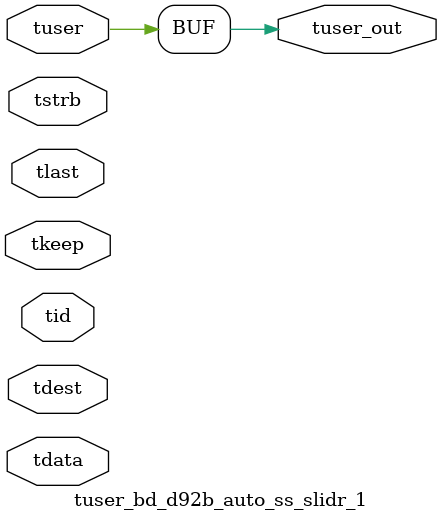
<source format=v>


`timescale 1ps/1ps

module tuser_bd_d92b_auto_ss_slidr_1 #
(
parameter C_S_AXIS_TUSER_WIDTH = 1,
parameter C_S_AXIS_TDATA_WIDTH = 32,
parameter C_S_AXIS_TID_WIDTH   = 0,
parameter C_S_AXIS_TDEST_WIDTH = 0,
parameter C_M_AXIS_TUSER_WIDTH = 1
)
(
input  [(C_S_AXIS_TUSER_WIDTH == 0 ? 1 : C_S_AXIS_TUSER_WIDTH)-1:0     ] tuser,
input  [(C_S_AXIS_TDATA_WIDTH == 0 ? 1 : C_S_AXIS_TDATA_WIDTH)-1:0     ] tdata,
input  [(C_S_AXIS_TID_WIDTH   == 0 ? 1 : C_S_AXIS_TID_WIDTH)-1:0       ] tid,
input  [(C_S_AXIS_TDEST_WIDTH == 0 ? 1 : C_S_AXIS_TDEST_WIDTH)-1:0     ] tdest,
input  [(C_S_AXIS_TDATA_WIDTH/8)-1:0 ] tkeep,
input  [(C_S_AXIS_TDATA_WIDTH/8)-1:0 ] tstrb,
input                                                                    tlast,
output [C_M_AXIS_TUSER_WIDTH-1:0] tuser_out
);

assign tuser_out = {tuser[0:0]};

endmodule


</source>
